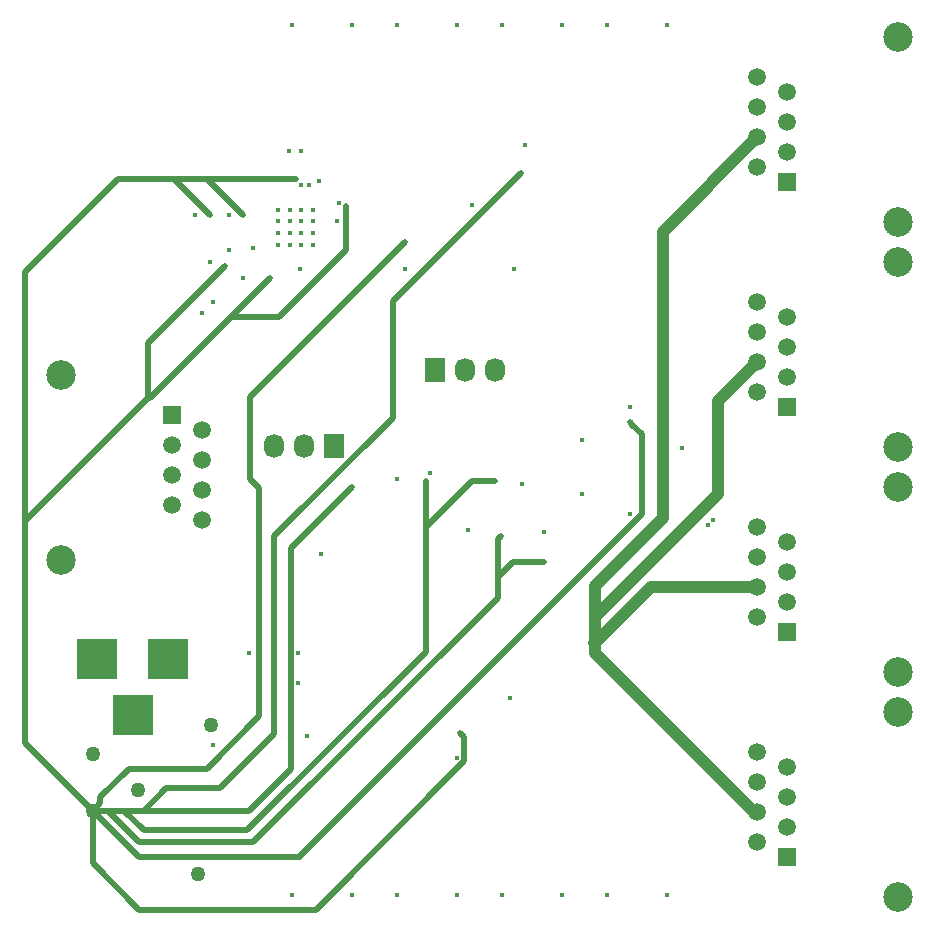
<source format=gbr>
G04 #@! TF.FileFunction,Copper,L3,Inr,Signal*
%FSLAX46Y46*%
G04 Gerber Fmt 4.6, Leading zero omitted, Abs format (unit mm)*
G04 Created by KiCad (PCBNEW (2016-02-16 BZR 6568, Git 6c5f954)-product) date Sun 21 Feb 2016 12:14:23 PM EST*
%MOMM*%
G01*
G04 APERTURE LIST*
%ADD10C,0.100000*%
%ADD11R,3.500120X3.500120*%
%ADD12R,1.501140X1.501140*%
%ADD13C,1.501140*%
%ADD14C,2.500000*%
%ADD15R,1.727200X2.032000*%
%ADD16O,1.727200X2.032000*%
%ADD17C,0.406400*%
%ADD18C,1.270000*%
%ADD19C,0.508000*%
%ADD20C,1.016000*%
G04 APERTURE END LIST*
D10*
D11*
X101249480Y-122301000D03*
X95250000Y-122301000D03*
X98249740Y-127000000D03*
D12*
X153670000Y-120015000D03*
D13*
X151130000Y-118745000D03*
X153670000Y-117475000D03*
X151130000Y-116205000D03*
X153670000Y-114935000D03*
X151130000Y-113665000D03*
X153670000Y-112395000D03*
X151130000Y-111125000D03*
D14*
X163070000Y-123420000D03*
X163070000Y-107720000D03*
D12*
X101600000Y-101600000D03*
D13*
X104140000Y-102870000D03*
X101600000Y-104140000D03*
X104140000Y-105410000D03*
X101600000Y-106680000D03*
X104140000Y-107950000D03*
X101600000Y-109220000D03*
X104140000Y-110490000D03*
D14*
X92200000Y-98195000D03*
X92200000Y-113895000D03*
D12*
X153670000Y-81915000D03*
D13*
X151130000Y-80645000D03*
X153670000Y-79375000D03*
X151130000Y-78105000D03*
X153670000Y-76835000D03*
X151130000Y-75565000D03*
X153670000Y-74295000D03*
X151130000Y-73025000D03*
D14*
X163070000Y-85320000D03*
X163070000Y-69620000D03*
D12*
X153670000Y-100965000D03*
D13*
X151130000Y-99695000D03*
X153670000Y-98425000D03*
X151130000Y-97155000D03*
X153670000Y-95885000D03*
X151130000Y-94615000D03*
X153670000Y-93345000D03*
X151130000Y-92075000D03*
D14*
X163070000Y-104370000D03*
X163070000Y-88670000D03*
D12*
X153670000Y-139065000D03*
D13*
X151130000Y-137795000D03*
X153670000Y-136525000D03*
X151130000Y-135255000D03*
X153670000Y-133985000D03*
X151130000Y-132715000D03*
X153670000Y-131445000D03*
X151130000Y-130175000D03*
D14*
X163070000Y-142470000D03*
X163070000Y-126770000D03*
D15*
X123825000Y-97790000D03*
D16*
X126365000Y-97790000D03*
X128905000Y-97790000D03*
D15*
X115316000Y-104267000D03*
D16*
X112776000Y-104267000D03*
X110236000Y-104267000D03*
D17*
X123063000Y-107196000D03*
X131097000Y-81153000D03*
X106045000Y-89027000D03*
X109855000Y-90043000D03*
X104775000Y-84709000D03*
X116332000Y-83947000D03*
X107569000Y-84709000D03*
X112038000Y-81661000D03*
X111506000Y-81661000D03*
X140335000Y-110998000D03*
X140335000Y-102235000D03*
X125951000Y-128524000D03*
X133096000Y-114046000D03*
X128905000Y-107196000D03*
X121285000Y-86995000D03*
X116840000Y-107696000D03*
X111633000Y-113411000D03*
D18*
X94869000Y-135128000D03*
D17*
X129413000Y-111887000D03*
X112395000Y-89281000D03*
X111760000Y-68580000D03*
X116840000Y-68580000D03*
X120650000Y-68580000D03*
X125730000Y-68580000D03*
X129540000Y-68580000D03*
X134620000Y-68580000D03*
X138430000Y-68580000D03*
X143510000Y-68580000D03*
X143510000Y-142240000D03*
X138430000Y-142240000D03*
X134620000Y-142240000D03*
X129540000Y-142240000D03*
X125730000Y-142240000D03*
X120650000Y-142240000D03*
X116840000Y-142240000D03*
X111760000Y-142240000D03*
X130175000Y-125603000D03*
X105029000Y-92075000D03*
X107569000Y-90043000D03*
X104775000Y-88646000D03*
X103505000Y-84709000D03*
X106426000Y-87630000D03*
X108458000Y-87503000D03*
X112522000Y-82169000D03*
X113157000Y-82169000D03*
X115714433Y-83656757D03*
X115570000Y-85217000D03*
X106426000Y-84709000D03*
X111506000Y-79248000D03*
X112522000Y-79248000D03*
X110538000Y-87233000D03*
X111538000Y-87233000D03*
X112538000Y-87233000D03*
X113538000Y-87233000D03*
X113538000Y-86233000D03*
X112538000Y-86233000D03*
X111538000Y-86233000D03*
X110538000Y-86233000D03*
X110538000Y-84233000D03*
X110538000Y-85233000D03*
X111538000Y-85233000D03*
X112538000Y-85233000D03*
X113538000Y-85233000D03*
X113538000Y-84233000D03*
X112538000Y-84233000D03*
X111538000Y-84233000D03*
X136271000Y-103759000D03*
X136271000Y-108331000D03*
X140335000Y-109982000D03*
X144780000Y-104394000D03*
X140335000Y-100965000D03*
X125730000Y-130683000D03*
X126619000Y-111379000D03*
X120650000Y-107061000D03*
X123444000Y-106553000D03*
X133096000Y-111506000D03*
X131191000Y-107442000D03*
X130556000Y-89281000D03*
X121311838Y-89254162D03*
X127000000Y-83820000D03*
X131445000Y-78740000D03*
X114173000Y-113411000D03*
D18*
X104902000Y-127889000D03*
X103759000Y-140462000D03*
X94869000Y-130302000D03*
X98679000Y-133350000D03*
D17*
X113030000Y-128778000D03*
X112268000Y-124333000D03*
X112268000Y-121793000D03*
D18*
X137414000Y-120904000D03*
D17*
X104140000Y-92964000D03*
X114046000Y-81788000D03*
X108077000Y-121793000D03*
X105029000Y-129540000D03*
X146995435Y-110941565D03*
X147390565Y-110546435D03*
D19*
X129159000Y-115316000D02*
X129159000Y-112141000D01*
X129159000Y-112141000D02*
X129413000Y-111887000D01*
X110617000Y-93345000D02*
X116332000Y-87630000D01*
X116332000Y-87630000D02*
X116332000Y-83947000D01*
X106553000Y-93345000D02*
X109855000Y-90043000D01*
X99695000Y-100203000D02*
X106553000Y-93345000D01*
X106553000Y-93345000D02*
X110617000Y-93345000D01*
X99568000Y-100203000D02*
X99695000Y-100203000D01*
X104140000Y-81661000D02*
X111506000Y-81661000D01*
X100203000Y-81661000D02*
X104140000Y-81661000D01*
X104140000Y-81661000D02*
X104521000Y-81661000D01*
X104521000Y-81661000D02*
X107569000Y-84709000D01*
X101727000Y-81661000D02*
X104775000Y-84709000D01*
X97028000Y-81661000D02*
X100203000Y-81661000D01*
X100203000Y-81661000D02*
X101727000Y-81661000D01*
X99568000Y-100203000D02*
X99568000Y-95504000D01*
X99568000Y-95504000D02*
X106045000Y-89027000D01*
X89154000Y-110617000D02*
X99568000Y-100203000D01*
X89154000Y-112141000D02*
X89154000Y-89535000D01*
X89154000Y-129413000D02*
X89154000Y-112141000D01*
X89154000Y-112141000D02*
X89154000Y-110617000D01*
X94869000Y-135128000D02*
X99187000Y-135128000D01*
X120269000Y-91981000D02*
X131097000Y-81153000D01*
X99187000Y-135128000D02*
X101092000Y-133223000D01*
X101092000Y-133223000D02*
X105664000Y-133223000D01*
X110236000Y-128651000D02*
X110236000Y-111887000D01*
X105664000Y-133223000D02*
X110236000Y-128651000D01*
X110236000Y-111887000D02*
X120269000Y-101854000D01*
X120269000Y-101854000D02*
X120269000Y-91981000D01*
X94869000Y-135128000D02*
X95503999Y-134493001D01*
X108204000Y-107061000D02*
X108204000Y-100076000D01*
X95503999Y-134493001D02*
X95503999Y-133985001D01*
X95503999Y-133985001D02*
X97917000Y-131572000D01*
X97917000Y-131572000D02*
X104521000Y-131572000D01*
X104521000Y-131572000D02*
X108966000Y-127127000D01*
X108966000Y-127127000D02*
X108966000Y-107823000D01*
X108966000Y-107823000D02*
X108204000Y-107061000D01*
X108204000Y-100076000D02*
X121285000Y-86995000D01*
X123063000Y-121666000D02*
X123063000Y-111125000D01*
X123063000Y-111125000D02*
X123063000Y-107196000D01*
X128905000Y-107196000D02*
X126992000Y-107196000D01*
X126992000Y-107196000D02*
X123063000Y-111125000D01*
X107950000Y-136779000D02*
X123063000Y-121666000D01*
X99187000Y-136779000D02*
X107950000Y-136779000D01*
X97536000Y-135128000D02*
X99187000Y-136779000D01*
X94869000Y-135128000D02*
X97536000Y-135128000D01*
X129159000Y-115316000D02*
X130429000Y-114046000D01*
X130429000Y-114046000D02*
X133096000Y-114046000D01*
X129159000Y-117094000D02*
X129159000Y-115316000D01*
X108458000Y-137795000D02*
X129159000Y-117094000D01*
X98806000Y-137795000D02*
X108458000Y-137795000D01*
X96139000Y-135128000D02*
X98806000Y-137795000D01*
X94869000Y-135128000D02*
X96139000Y-135128000D01*
X111506000Y-81661000D02*
X112038000Y-81661000D01*
X94869000Y-135128000D02*
X89154000Y-129413000D01*
X89154000Y-89535000D02*
X97028000Y-81661000D01*
X94869000Y-135128000D02*
X108077000Y-135128000D01*
X108077000Y-135128000D02*
X111633000Y-131572000D01*
X111633000Y-131572000D02*
X111633000Y-113411000D01*
X111633000Y-113411000D02*
X111633000Y-112903000D01*
X111633000Y-112903000D02*
X116840000Y-107696000D01*
X140335000Y-110998000D02*
X141351000Y-109982000D01*
X141351000Y-109982000D02*
X141351000Y-103251000D01*
X141351000Y-103251000D02*
X140538199Y-102438199D01*
X140538199Y-102438199D02*
X140335000Y-102235000D01*
X112395000Y-139065000D02*
X112395000Y-138938000D01*
X112395000Y-138938000D02*
X140335000Y-110998000D01*
X98806000Y-139065000D02*
X112395000Y-139065000D01*
X94869000Y-135128000D02*
X98806000Y-139065000D01*
X94869000Y-135128000D02*
X94869000Y-139573000D01*
X94869000Y-139573000D02*
X98806000Y-143510000D01*
X98806000Y-143510000D02*
X113730026Y-143510000D01*
X113730026Y-143510000D02*
X126288801Y-130951225D01*
X126288801Y-130951225D02*
X126288801Y-128861801D01*
X126288801Y-128861801D02*
X126154199Y-128727199D01*
X126154199Y-128727199D02*
X125951000Y-128524000D01*
D20*
X143129000Y-110363000D02*
X143129000Y-86106000D01*
X143129000Y-86106000D02*
X151130000Y-78105000D01*
X137414000Y-116078000D02*
X143129000Y-110363000D01*
X137414000Y-118745000D02*
X137414000Y-116078000D01*
X147828000Y-108331000D02*
X147828000Y-100457000D01*
X147828000Y-100457000D02*
X151130000Y-97155000D01*
X137414000Y-118745000D02*
X147828000Y-108331000D01*
X137414000Y-120904000D02*
X137414000Y-118745000D01*
X137414000Y-120904000D02*
X137414000Y-121802025D01*
X137414000Y-121802025D02*
X150866975Y-135255000D01*
X150866975Y-135255000D02*
X151130000Y-135255000D01*
X137414000Y-120904000D02*
X142113000Y-116205000D01*
X142113000Y-116205000D02*
X151130000Y-116205000D01*
M02*

</source>
